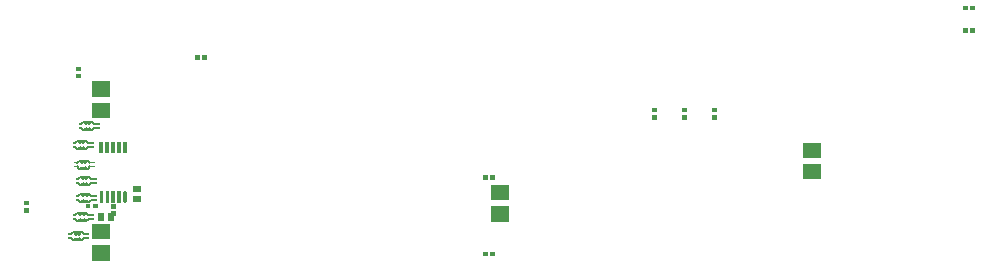
<source format=gbr>
G04 start of page 15 for group -4014 idx -4014 *
G04 Title: (unknown), bottompaste *
G04 Creator: pcb 4.2.0 *
G04 CreationDate: Sat Jun 20 18:17:33 2020 UTC *
G04 For: commonadmin *
G04 Format: Gerber/RS-274X *
G04 PCB-Dimensions (mil): 4000.00 3500.00 *
G04 PCB-Coordinate-Origin: lower left *
%MOIN*%
%FSLAX25Y25*%
%LNBOTTOMPASTE*%
%ADD152C,0.0120*%
%ADD151C,0.0060*%
%ADD150C,0.0001*%
G54D150*G36*
X60048Y72485D02*Y67367D01*
X65952D01*
Y72485D01*
X60048D01*
G37*
G36*
Y79571D02*Y74453D01*
X65952D01*
Y79571D01*
X60048D01*
G37*
G36*
X66213Y38555D02*Y36981D01*
X67787D01*
Y38555D01*
X66213D01*
G37*
G36*
Y36193D02*Y34619D01*
X67787D01*
Y36193D01*
X66213D01*
G37*
G36*
X190213Y22787D02*Y21213D01*
X191787D01*
Y22787D01*
X190213D01*
G37*
G36*
X192575D02*Y21213D01*
X194149D01*
Y22787D01*
X192575D01*
G37*
G36*
X193048Y37973D02*Y32855D01*
X198952D01*
Y37973D01*
X193048D01*
G37*
G36*
Y45059D02*Y39941D01*
X198952D01*
Y45059D01*
X193048D01*
G37*
G36*
X192713Y48287D02*Y46713D01*
X194287D01*
Y48287D01*
X192713D01*
G37*
G36*
X190351D02*Y46713D01*
X191925D01*
Y48287D01*
X190351D01*
G37*
G36*
X297048Y52059D02*Y46941D01*
X302952D01*
Y52059D01*
X297048D01*
G37*
G36*
Y59145D02*Y54027D01*
X302952D01*
Y59145D01*
X297048D01*
G37*
G36*
X60048Y32028D02*Y26910D01*
X65952D01*
Y32028D01*
X60048D01*
G37*
G36*
Y24942D02*Y19824D01*
X65952D01*
Y24942D01*
X60048D01*
G37*
G36*
X246713Y68425D02*Y66851D01*
X248287D01*
Y68425D01*
X246713D01*
G37*
G36*
Y70787D02*Y69213D01*
X248287D01*
Y70787D01*
X246713D01*
G37*
G36*
X266713Y68425D02*Y66851D01*
X268287D01*
Y68425D01*
X266713D01*
G37*
G36*
Y70787D02*Y69213D01*
X268287D01*
Y70787D01*
X266713D01*
G37*
G36*
X256713Y68425D02*Y66851D01*
X258287D01*
Y68425D01*
X256713D01*
G37*
G36*
Y70787D02*Y69213D01*
X258287D01*
Y70787D01*
X256713D01*
G37*
G36*
X352575Y104787D02*Y103213D01*
X354149D01*
Y104787D01*
X352575D01*
G37*
G36*
X350213D02*Y103213D01*
X351787D01*
Y104787D01*
X350213D01*
G37*
G36*
X352713Y97287D02*Y95713D01*
X354287D01*
Y97287D01*
X352713D01*
G37*
G36*
X350351D02*Y95713D01*
X351925D01*
Y97287D01*
X350351D01*
G37*
G36*
X54713Y84468D02*Y82894D01*
X56287D01*
Y84468D01*
X54713D01*
G37*
G36*
Y82106D02*Y80532D01*
X56287D01*
Y82106D01*
X54713D01*
G37*
G36*
X37213Y39787D02*Y38213D01*
X38787D01*
Y39787D01*
X37213D01*
G37*
G36*
Y37425D02*Y35851D01*
X38787D01*
Y37425D01*
X37213D01*
G37*
G36*
X73623Y41484D02*Y39516D01*
X76377D01*
Y41484D01*
X73623D01*
G37*
G36*
Y44632D02*Y42664D01*
X76377D01*
Y44632D01*
X73623D01*
G37*
G36*
X60213Y38787D02*Y37213D01*
X61787D01*
Y38787D01*
X60213D01*
G37*
G36*
X57851D02*Y37213D01*
X59425D01*
Y38787D01*
X57851D01*
G37*
G36*
X67132Y35846D02*X65164D01*
Y33092D01*
X67132D01*
Y35846D01*
G37*
G36*
X63984D02*X62016D01*
Y33092D01*
X63984D01*
Y35846D01*
G37*
G54D151*X56950Y63300D02*X59950D01*
X56250Y64000D02*X56950Y63300D01*
X59950D02*X60650Y64000D01*
G54D150*G36*
X60350Y64300D02*Y63700D01*
X62450D01*
Y64300D01*
X60350D01*
G37*
G36*
X55450D02*Y63700D01*
X56550D01*
Y64300D01*
X55450D01*
G37*
G54D151*X59050Y63900D02*X59650Y63300D01*
X58450D02*X59050Y63900D01*
X57250Y63300D02*X57850Y63900D01*
X58450Y63300D01*
X56850Y65900D02*X59950D01*
X56250Y65300D02*X56850Y65900D01*
X59950D02*X60550Y65300D01*
G54D150*G36*
X60250Y65600D02*Y65000D01*
X62450D01*
Y65600D01*
X60250D01*
G37*
G36*
X55450D02*Y65000D01*
X56550D01*
Y65600D01*
X55450D01*
G37*
G54D151*X59050Y65200D02*X59750Y65900D01*
X59950D01*
X58350D02*X59050Y65200D01*
X57850D02*X58550Y65900D01*
X57150D02*X57850Y65200D01*
X54950Y57000D02*X57950D01*
X54250Y57700D02*X54950Y57000D01*
X57950D02*X58650Y57700D01*
G54D150*G36*
X58350Y58000D02*Y57400D01*
X60450D01*
Y58000D01*
X58350D01*
G37*
G36*
X53450D02*Y57400D01*
X54550D01*
Y58000D01*
X53450D01*
G37*
G54D151*X57050Y57600D02*X57650Y57000D01*
X56450D02*X57050Y57600D01*
X55250Y57000D02*X55850Y57600D01*
X56450Y57000D01*
X54850Y59600D02*X57950D01*
X54250Y59000D02*X54850Y59600D01*
X57950D02*X58550Y59000D01*
G54D150*G36*
X58250Y59300D02*Y58700D01*
X60450D01*
Y59300D01*
X58250D01*
G37*
G36*
X53450D02*Y58700D01*
X54550D01*
Y59300D01*
X53450D01*
G37*
G54D151*X57050Y58900D02*X57750Y59600D01*
X57950D01*
X56350D02*X57050Y58900D01*
X55850D02*X56550Y59600D01*
X55150D02*X55850Y58900D01*
X55600Y50500D02*X58600D01*
X54900Y51200D02*X55600Y50500D01*
X58600D02*X59300Y51200D01*
G54D150*G36*
X59000Y51500D02*Y50900D01*
X61100D01*
Y51500D01*
X59000D01*
G37*
G36*
X54100D02*Y50900D01*
X55200D01*
Y51500D01*
X54100D01*
G37*
G54D151*X57700Y51100D02*X58300Y50500D01*
X57100D02*X57700Y51100D01*
X55900Y50500D02*X56500Y51100D01*
X57100Y50500D01*
X55500Y53100D02*X58600D01*
X54900Y52500D02*X55500Y53100D01*
X58600D02*X59200Y52500D01*
G54D150*G36*
X58900Y52800D02*Y52200D01*
X61100D01*
Y52800D01*
X58900D01*
G37*
G36*
X54100D02*Y52200D01*
X55200D01*
Y52800D01*
X54100D01*
G37*
G54D151*X57700Y52400D02*X58400Y53100D01*
X58600D01*
X57000D02*X57700Y52400D01*
X56500D02*X57200Y53100D01*
X55800D02*X56500Y52400D01*
X55950Y45000D02*X58950D01*
X55250Y45700D02*X55950Y45000D01*
X58950D02*X59650Y45700D01*
G54D150*G36*
X59350Y46000D02*Y45400D01*
X61450D01*
Y46000D01*
X59350D01*
G37*
G36*
X54450D02*Y45400D01*
X55550D01*
Y46000D01*
X54450D01*
G37*
G54D151*X58050Y45600D02*X58650Y45000D01*
X57450D02*X58050Y45600D01*
X56250Y45000D02*X56850Y45600D01*
X57450Y45000D01*
X55850Y47600D02*X58950D01*
X55250Y47000D02*X55850Y47600D01*
X58950D02*X59550Y47000D01*
G54D150*G36*
X59250Y47300D02*Y46700D01*
X61450D01*
Y47300D01*
X59250D01*
G37*
G36*
X54450D02*Y46700D01*
X55550D01*
Y47300D01*
X54450D01*
G37*
G54D151*X58050Y46900D02*X58750Y47600D01*
X58950D01*
X57350D02*X58050Y46900D01*
X56850D02*X57550Y47600D01*
X56150D02*X56850Y46900D01*
X55100Y33000D02*X58100D01*
X54400Y33700D02*X55100Y33000D01*
X58100D02*X58800Y33700D01*
G54D150*G36*
X58500Y34000D02*Y33400D01*
X60600D01*
Y34000D01*
X58500D01*
G37*
G36*
X53600D02*Y33400D01*
X54700D01*
Y34000D01*
X53600D01*
G37*
G54D151*X57200Y33600D02*X57800Y33000D01*
X56600D02*X57200Y33600D01*
X55400Y33000D02*X56000Y33600D01*
X56600Y33000D01*
X55000Y35600D02*X58100D01*
X54400Y35000D02*X55000Y35600D01*
X58100D02*X58700Y35000D01*
G54D150*G36*
X58400Y35300D02*Y34700D01*
X60600D01*
Y35300D01*
X58400D01*
G37*
G36*
X53600D02*Y34700D01*
X54700D01*
Y35300D01*
X53600D01*
G37*
G54D151*X57200Y34900D02*X57900Y35600D01*
X58100D01*
X56500D02*X57200Y34900D01*
X56000D02*X56700Y35600D01*
X55300D02*X56000Y34900D01*
G54D152*X71000Y42300D02*Y39700D01*
G54D150*G36*
X69600Y42900D02*X68400D01*
Y39100D01*
X69600D01*
Y42900D01*
G37*
G36*
X67600D02*X66400D01*
Y39100D01*
X67600D01*
Y42900D01*
G37*
G36*
X65700D02*X64500D01*
Y39100D01*
X65700D01*
Y42900D01*
G37*
G36*
X63700D02*X62500D01*
Y39100D01*
X63700D01*
Y42900D01*
G37*
G36*
X63600Y59400D02*X62400D01*
Y55600D01*
X63600D01*
Y59400D01*
G37*
G36*
X65600D02*X64400D01*
Y55600D01*
X65600D01*
Y59400D01*
G37*
G36*
X67600D02*X66400D01*
Y55600D01*
X67600D01*
Y59400D01*
G37*
G36*
X69500D02*X68300D01*
Y55600D01*
X69500D01*
Y59400D01*
G37*
G36*
X71500D02*X70300D01*
Y55600D01*
X71500D01*
Y59400D01*
G37*
G54D151*X56050Y39300D02*X59050D01*
X55350Y40000D02*X56050Y39300D01*
X59050D02*X59750Y40000D01*
G54D150*G36*
X59450Y40300D02*Y39700D01*
X61550D01*
Y40300D01*
X59450D01*
G37*
G36*
X54550D02*Y39700D01*
X55650D01*
Y40300D01*
X54550D01*
G37*
G54D151*X58150Y39900D02*X58750Y39300D01*
X57550D02*X58150Y39900D01*
X56350Y39300D02*X56950Y39900D01*
X57550Y39300D01*
X55950Y41900D02*X59050D01*
X55350Y41300D02*X55950Y41900D01*
X59050D02*X59650Y41300D01*
G54D150*G36*
X59350Y41600D02*Y41000D01*
X61550D01*
Y41600D01*
X59350D01*
G37*
G36*
X54550D02*Y41000D01*
X55650D01*
Y41600D01*
X54550D01*
G37*
G54D151*X58150Y41200D02*X58850Y41900D01*
X59050D01*
X57450D02*X58150Y41200D01*
X56950D02*X57650Y41900D01*
X56250D02*X56950Y41200D01*
X53600Y26600D02*X56600D01*
X52900Y27300D02*X53600Y26600D01*
X56600D02*X57300Y27300D01*
G54D150*G36*
X57000Y27600D02*Y27000D01*
X59100D01*
Y27600D01*
X57000D01*
G37*
G36*
X52100D02*Y27000D01*
X53200D01*
Y27600D01*
X52100D01*
G37*
G54D151*X55700Y27200D02*X56300Y26600D01*
X55100D02*X55700Y27200D01*
X53900Y26600D02*X54500Y27200D01*
X55100Y26600D01*
X53500Y29200D02*X56600D01*
X52900Y28600D02*X53500Y29200D01*
X56600D02*X57200Y28600D01*
G54D150*G36*
X56900Y28900D02*Y28300D01*
X59100D01*
Y28900D01*
X56900D01*
G37*
G36*
X52100D02*Y28300D01*
X53200D01*
Y28900D01*
X52100D01*
G37*
G54D151*X55700Y28500D02*X56400Y29200D01*
X56600D01*
X55000D02*X55700Y28500D01*
X54500D02*X55200Y29200D01*
X53800D02*X54500Y28500D01*
G54D150*G36*
X96713Y88287D02*Y86713D01*
X98287D01*
Y88287D01*
X96713D01*
G37*
G36*
X94351D02*Y86713D01*
X95925D01*
Y88287D01*
X94351D01*
G37*
M02*

</source>
